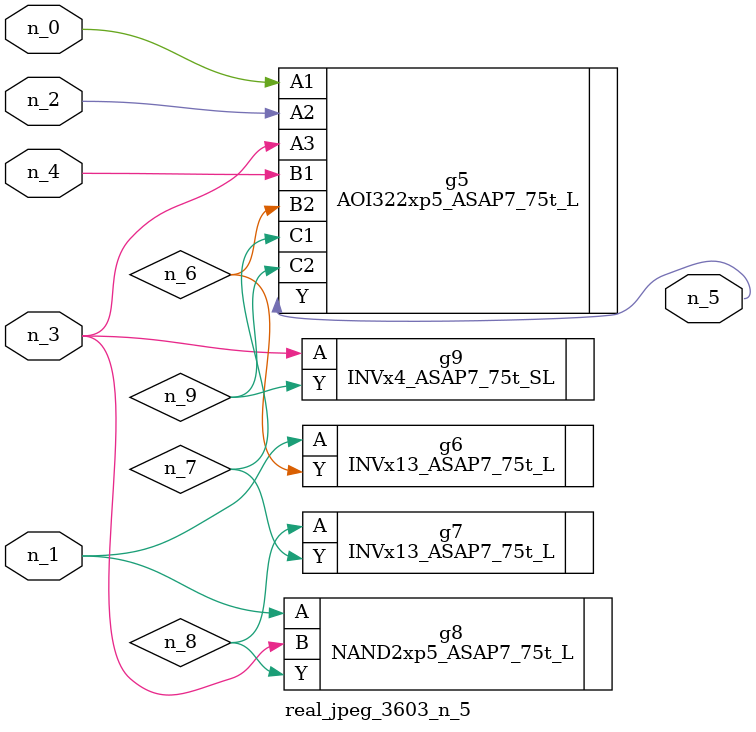
<source format=v>
module real_jpeg_3603_n_5 (n_4, n_0, n_1, n_2, n_3, n_5);

input n_4;
input n_0;
input n_1;
input n_2;
input n_3;

output n_5;

wire n_8;
wire n_6;
wire n_7;
wire n_9;

AOI322xp5_ASAP7_75t_L g5 ( 
.A1(n_0),
.A2(n_2),
.A3(n_3),
.B1(n_4),
.B2(n_6),
.C1(n_7),
.C2(n_9),
.Y(n_5)
);

INVx13_ASAP7_75t_L g6 ( 
.A(n_1),
.Y(n_6)
);

NAND2xp5_ASAP7_75t_L g8 ( 
.A(n_1),
.B(n_3),
.Y(n_8)
);

INVx4_ASAP7_75t_SL g9 ( 
.A(n_3),
.Y(n_9)
);

INVx13_ASAP7_75t_L g7 ( 
.A(n_8),
.Y(n_7)
);


endmodule
</source>
